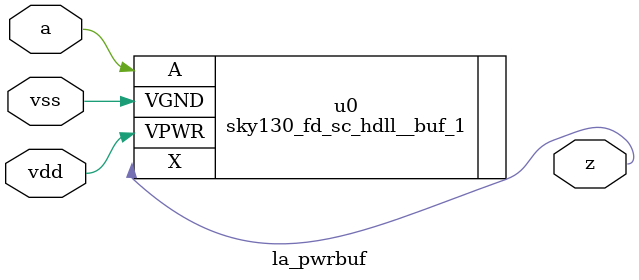
<source format=v>

(* keep_hierarchy *)
module la_pwrbuf #(
    parameter PROP = "DEFAULT"
) (
    input  vdd,
    input  vss,
    input  a,
    output z
);

  // `ifdef SIM
  //    assign z = ((vdd === 1'b1) && (vss === 1'b0)) ? a : 1'bX;
  // `else
  //    assign z = a;
  // `endif

  sky130_fd_sc_hdll__buf_1 u0 (
      .A(a),
      .X(z),
      .VGND(vss),
      .VPWR(vdd)
  );

endmodule

</source>
